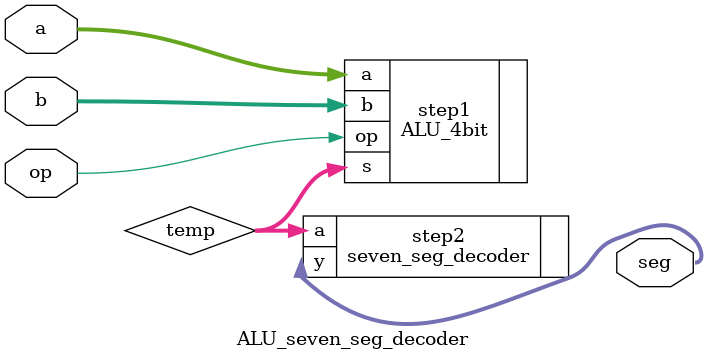
<source format=sv>
module ALU_seven_seg_decoder(
    input [3:0] a,
    input [3:0] b,
    input op,
    output logic [6:0] seg
);

logic [3:0] temp;

ALU_4bit step1(
    .a(a),
    .b(b),
    .op(op),
    .s(temp)
);

seven_seg_decoder step2(
    .a(temp),
    .y(seg)
);

endmodule
</source>
